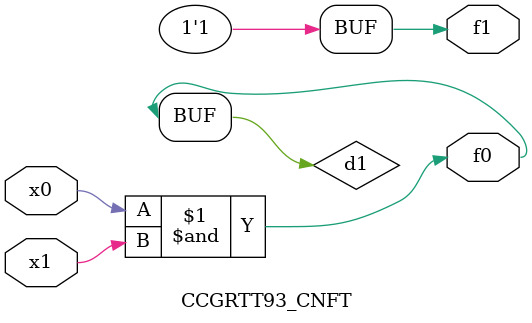
<source format=v>
module CCGRTT93_CNFT(
	input x0, x1,
	output f0, f1
);

	wire d1;

	assign f0 = d1;
	and (d1, x0, x1);
	assign f1 = 1'b1;
endmodule

</source>
